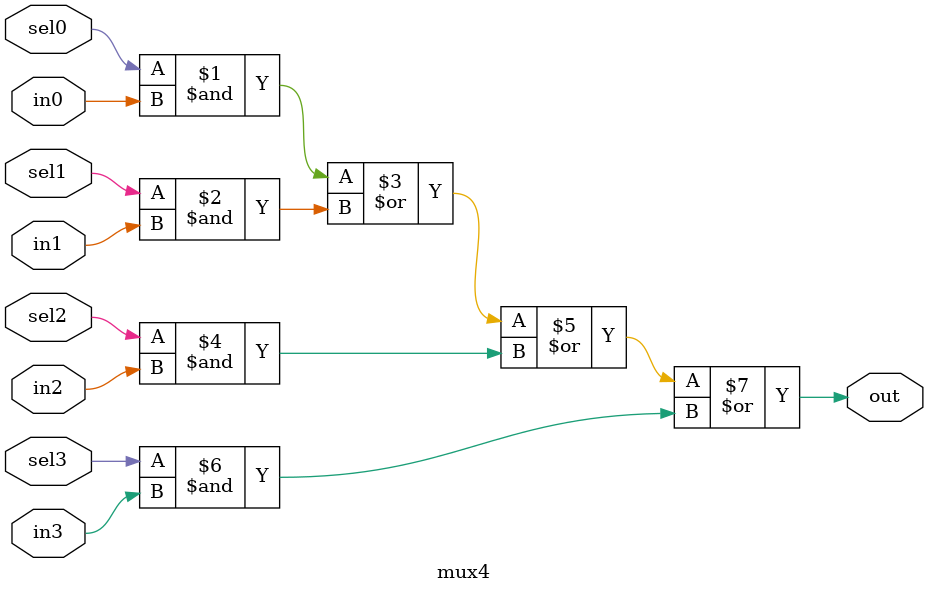
<source format=v>

module mux4
    (
    sel0,
    in0,
    //-------------------
    sel1,
    in1,
    //-------------------
    sel2,
    in2,
    //-------------------
    sel3,
    in3,
    //-------------------
    out
    );

//------------------------------------------------------------------------------
//Parameters
parameter DW = 1'b1;
//------------------------------------------------------------------------------
// Port declarations
input               sel0;
input [DW-1:0]	    in0;
//
input               sel1;
input [DW-1:0]	    in1;
//
input               sel2;
input [DW-1:0]	    in2;
//
input               sel3;
input [DW-1:0]	    in3;
//
output [DW-1:0]	    out;
//------------------------------------------------------------------------------
//internal signal

//------------------------------------------------------------------------------
//Logic
assign out = ({DW{sel0}} & in0) |
             ({DW{sel1}} & in1) |
             ({DW{sel2}} & in2) |
             ({DW{sel3}} & in3);

endmodule 


</source>
